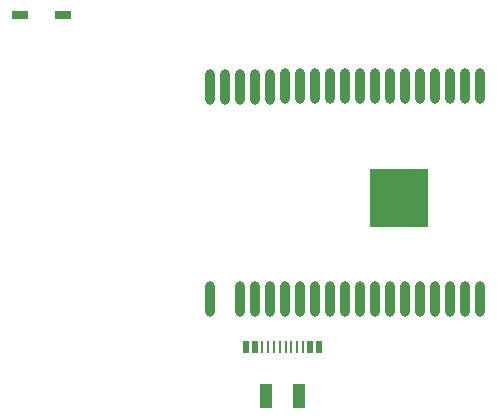
<source format=gbr>
%TF.GenerationSoftware,KiCad,Pcbnew,5.1.9*%
%TF.CreationDate,2021-02-12T16:46:07+00:00*%
%TF.ProjectId,watch2,77617463-6832-42e6-9b69-6361645f7063,rev?*%
%TF.SameCoordinates,Original*%
%TF.FileFunction,Paste,Bot*%
%TF.FilePolarity,Positive*%
%FSLAX46Y46*%
G04 Gerber Fmt 4.6, Leading zero omitted, Abs format (unit mm)*
G04 Created by KiCad (PCBNEW 5.1.9) date 2021-02-12 16:46:07*
%MOMM*%
%LPD*%
G01*
G04 APERTURE LIST*
%ADD10O,0.900000X3.000000*%
%ADD11R,5.000000X5.000000*%
%ADD12R,0.520000X1.000000*%
%ADD13R,0.270000X1.000000*%
%ADD14R,1.000000X2.000000*%
%ADD15R,1.400000X0.800000*%
G04 APERTURE END LIST*
D10*
%TO.C,U7*%
X169016000Y-92570000D03*
X167746000Y-92570000D03*
X166476000Y-92570000D03*
X165206000Y-92570000D03*
X163936000Y-92570000D03*
X162666000Y-92570000D03*
X161396000Y-92570000D03*
X160126000Y-92570000D03*
X158856000Y-92570000D03*
X157586000Y-92570000D03*
X156316000Y-92570000D03*
X155046000Y-92570000D03*
X153776000Y-92570000D03*
X152506000Y-92570000D03*
X151206000Y-92600000D03*
X149936000Y-92600000D03*
X148666000Y-92600000D03*
X147396000Y-92600000D03*
X146126000Y-92600000D03*
X146126000Y-110600000D03*
X148666000Y-110600000D03*
X149936000Y-110600000D03*
X151206000Y-110600000D03*
X152506000Y-110600000D03*
X153776000Y-110600000D03*
X155046000Y-110600000D03*
X156316000Y-110600000D03*
X157586000Y-110600000D03*
X158856000Y-110600000D03*
X160126000Y-110600000D03*
X161396000Y-110600000D03*
X162666000Y-110600000D03*
X163936000Y-110600000D03*
X165206000Y-110600000D03*
X166476000Y-110600000D03*
X167746000Y-110600000D03*
X169016000Y-110600000D03*
D11*
X162096000Y-102000000D03*
%TD*%
D12*
%TO.C,J1*%
X155373000Y-114597000D03*
X149173000Y-114597000D03*
X154623000Y-114597000D03*
X149923000Y-114597000D03*
D13*
X154023000Y-114597000D03*
X150523000Y-114597000D03*
X153523000Y-114597000D03*
X153023000Y-114597000D03*
X152523000Y-114597000D03*
X152023000Y-114597000D03*
X151523000Y-114597000D03*
X151023000Y-114597000D03*
D14*
X153673000Y-118797000D03*
X150873000Y-118797000D03*
%TD*%
D15*
%TO.C,D5*%
X130048000Y-86487000D03*
X133648000Y-86487000D03*
%TD*%
M02*

</source>
